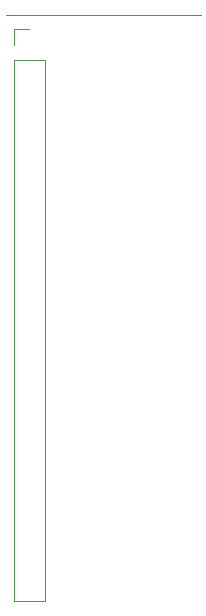
<source format=gbr>
%TF.GenerationSoftware,KiCad,Pcbnew,(6.0.5)*%
%TF.CreationDate,2022-06-24T16:50:19+02:00*%
%TF.ProjectId,ESP32Webradio_5,45535033-3257-4656-9272-6164696f5f35,rev?*%
%TF.SameCoordinates,Original*%
%TF.FileFunction,Legend,Bot*%
%TF.FilePolarity,Positive*%
%FSLAX46Y46*%
G04 Gerber Fmt 4.6, Leading zero omitted, Abs format (unit mm)*
G04 Created by KiCad (PCBNEW (6.0.5)) date 2022-06-24 16:50:19*
%MOMM*%
%LPD*%
G01*
G04 APERTURE LIST*
%ADD10C,0.120000*%
G04 APERTURE END LIST*
D10*
%TO.C,U1*%
X100926006Y-69961506D02*
X100926006Y-115741506D01*
X100926006Y-67361506D02*
X100926006Y-68691506D01*
X102256006Y-67361506D02*
X100926006Y-67361506D01*
X103586006Y-115741506D02*
X100926006Y-115741506D01*
X103586006Y-69961506D02*
X100926006Y-69961506D01*
X100246006Y-66151506D02*
X116756006Y-66151506D01*
X103586006Y-69961506D02*
X103586006Y-115741506D01*
%TD*%
M02*

</source>
